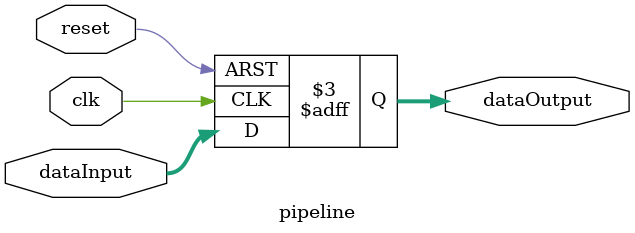
<source format=v>
module pipeline
#(
	parameter N = 32
)
(
	// Inputs
	input clk,
	input reset,
	input		  [N-1:0] dataInput,
	output reg [N-1:0] dataOutput
);
always@(negedge reset or posedge clk ) begin // Para que escriba en flanco de subida
	if(reset==0)
		dataOutput <= 0;
	else	
		dataOutput <= dataInput;
end

endmodule
</source>
